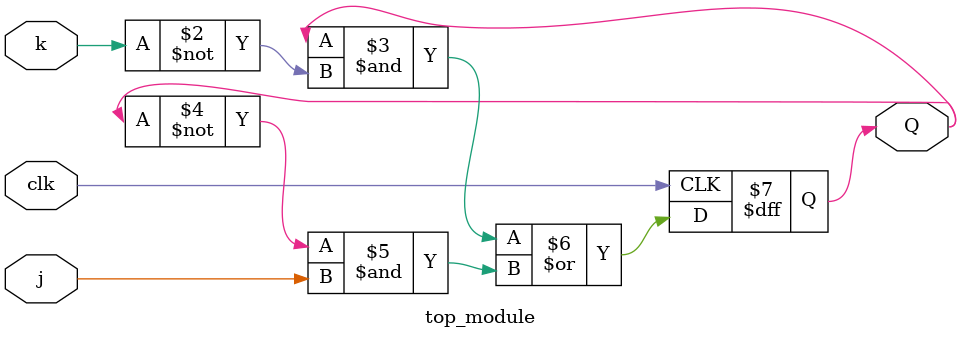
<source format=v>
module top_module (
    input clk,
    input j,
    input k,
    output Q); 
    always@(posedge clk)
        begin
            Q<=Q& ~k| ~Q&j;
        end
    
endmodule


</source>
